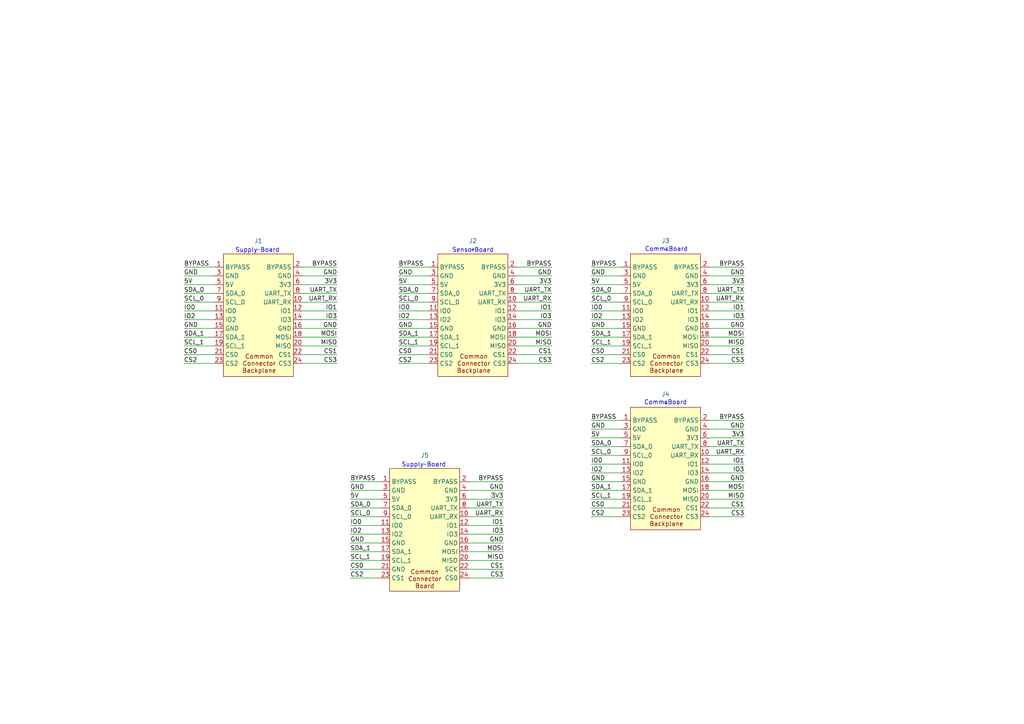
<source format=kicad_sch>
(kicad_sch (version 20250114) (generator "eeschema") (generator_version "9.0")
  (paper "A4")
  (lib_symbols
    (symbol "IcaroLib:Conector_General_Backplane"
      (property "Reference" "J" (at -1.524 18.034 0))
      (symbol "Conector_General_Backplane_0_0"
        (pin power_out line (at -12.7 12.7 0) (length 2.54) (name "BYPASS") (number "1"))
        (pin power_in line (at -12.7 10.16 0) (length 2.54) (name "GND") (number "3"))
        (pin power_out line (at -12.7 7.62 0) (length 2.54) (name "5V") (number "5"))
        (pin bidirectional line (at -12.7 5.08 0) (length 2.54) (name "SDA_0") (number "7"))
        (pin bidirectional line (at -12.7 2.54 0) (length 2.54) (name "SCL_0") (number "9"))
        (pin bidirectional line (at -12.7 0 0) (length 2.54) (name "IO0") (number "11"))
        (pin bidirectional line (at -12.7 -2.54 0) (length 2.54) (name "IO2") (number "13"))
        (pin bidirectional line (at -12.7 -5.08 0) (length 2.54) (name "GND") (number "15"))
        (pin bidirectional line (at -12.7 -7.62 0) (length 2.54) (name "SDA_1") (number "17"))
        (pin bidirectional line (at -12.7 -10.16 0) (length 2.54) (name "SCL_1") (number "19"))
        (pin bidirectional line (at -12.7 -12.7 0) (length 2.54) (name "CS0") (number "21"))
        (pin bidirectional line (at -12.7 -15.24 0) (length 2.54) (name "CS2") (number "23"))
        (pin power_out line (at 12.7 12.7 180) (length 2.54) (name "BYPASS") (number "2"))
        (pin power_in line (at 12.7 10.16 180) (length 2.54) (name "GND") (number "4"))
        (pin power_out line (at 12.7 7.62 180) (length 2.54) (name "3V3") (number "6"))
        (pin bidirectional line (at 12.7 5.08 180) (length 2.54) (name "UART_TX") (number "8"))
        (pin bidirectional line (at 12.7 2.54 180) (length 2.54) (name "UART_RX") (number "10"))
        (pin bidirectional line (at 12.7 0 180) (length 2.54) (name "IO1") (number "12"))
        (pin bidirectional line (at 12.7 -2.54 180) (length 2.54) (name "IO3") (number "14"))
        (pin bidirectional line (at 12.7 -5.08 180) (length 2.54) (name "GND") (number "16"))
        (pin bidirectional line (at 12.7 -7.62 180) (length 2.54) (name "MOSI") (number "18"))
        (pin bidirectional line (at 12.7 -10.16 180) (length 2.54) (name "MISO") (number "20"))
        (pin bidirectional line (at 12.7 -12.7 180) (length 2.54) (name "CS1") (number "22"))
        (pin bidirectional line (at 12.7 -15.24 180) (length 2.54) (name "CS3") (number "24"))
      )
      (symbol "Conector_General_Backplane_0_1"
        (rectangle (start -10.16 16.51) (end 10.16 -19.05) (fill (type background)))
      )
      (symbol "Conector_General_Backplane_1_1"
        (text "Common\nConnector\nBackplane" (at 0.254 -15.24 0) (effects (font (size 1.27 1.27))))
      )
    )
    (symbol "IcaroLib:Conector_General_Tarjetas"
      (property "Reference" "J" (at -1.524 18.034 0))
      (symbol "Conector_General_Tarjetas_0_0"
        (pin power_out line (at -12.7 12.7 0) (length 2.54) (name "BYPASS") (number "1"))
        (pin power_in line (at -12.7 10.16 0) (length 2.54) (name "GND") (number "3"))
        (pin power_out line (at -12.7 7.62 0) (length 2.54) (name "5V") (number "5"))
        (pin bidirectional line (at -12.7 5.08 0) (length 2.54) (name "SDA_0") (number "7"))
        (pin bidirectional line (at -12.7 2.54 0) (length 2.54) (name "SCL_0") (number "9"))
        (pin bidirectional line (at -12.7 0 0) (length 2.54) (name "IO0") (number "11"))
        (pin bidirectional line (at -12.7 -2.54 0) (length 2.54) (name "IO2") (number "13"))
        (pin bidirectional line (at -12.7 -5.08 0) (length 2.54) (name "GND") (number "15"))
        (pin bidirectional line (at -12.7 -7.62 0) (length 2.54) (name "SDA_1") (number "17"))
        (pin bidirectional line (at -12.7 -10.16 0) (length 2.54) (name "SCL_1") (number "19"))
        (pin power_out line (at 12.7 12.7 180) (length 2.54) (name "BYPASS") (number "2"))
        (pin power_in line (at 12.7 10.16 180) (length 2.54) (name "GND") (number "4"))
        (pin power_out line (at 12.7 7.62 180) (length 2.54) (name "3V3") (number "6"))
        (pin bidirectional line (at 12.7 5.08 180) (length 2.54) (name "UART_TX") (number "8"))
        (pin bidirectional line (at 12.7 2.54 180) (length 2.54) (name "UART_RX") (number "10"))
        (pin bidirectional line (at 12.7 0 180) (length 2.54) (name "IO1") (number "12"))
        (pin bidirectional line (at 12.7 -2.54 180) (length 2.54) (name "IO3") (number "14"))
        (pin bidirectional line (at 12.7 -5.08 180) (length 2.54) (name "GND") (number "16"))
        (pin bidirectional line (at 12.7 -7.62 180) (length 2.54) (name "MOSI") (number "18"))
        (pin bidirectional line (at 12.7 -10.16 180) (length 2.54) (name "MISO") (number "20"))
      )
      (symbol "Conector_General_Tarjetas_0_1"
        (rectangle (start -10.16 16.51) (end 10.16 -19.05) (fill (type background)))
      )
      (symbol "Conector_General_Tarjetas_1_0"
        (pin bidirectional line (at -12.7 -12.7 0) (length 2.54) (name "GND") (number "21"))
        (pin bidirectional line (at -12.7 -15.24 0) (length 2.54) (name "CS1") (number "23"))
        (pin bidirectional line (at 12.7 -12.7 180) (length 2.54) (name "SCK") (number "22"))
        (pin bidirectional line (at 12.7 -15.24 180) (length 2.54) (name "CS0") (number "24"))
      )
      (symbol "Conector_General_Tarjetas_1_1"
        (text "Common\nConnector\nBoard" (at 0 -15.494 0) (effects (font (size 1.27 1.27))))
      )
    )
  )
  (text "Supply Board" (at 122.936 134.874 0) (effects (font (size 1.27 1.27))))
  (text "SensorBoard" (at 137.16 72.644 0) (effects (font (size 1.27 1.27))))
  (text "Supply Board" (at 74.676 72.644 0) (effects (font (size 1.27 1.27))))
  (text "CommsBoard" (at 193.294 72.39 0) (effects (font (size 1.27 1.27))))
  (text "CommsBoard" (at 193.04 116.84 0) (effects (font (size 1.27 1.27))))
  (wire (pts (xy 101.6 157.48) (xy 110.49 157.48)))
  (wire (pts (xy 215.9 85.09) (xy 205.74 85.09)))
  (wire (pts (xy 146.05 144.78) (xy 135.89 144.78)))
  (wire (pts (xy 101.6 147.32) (xy 110.49 147.32)))
  (wire (pts (xy 97.79 97.79) (xy 87.63 97.79)))
  (wire (pts (xy 215.9 121.92) (xy 205.74 121.92)))
  (wire (pts (xy 215.9 100.33) (xy 205.74 100.33)))
  (wire (pts (xy 215.9 149.86) (xy 205.74 149.86)))
  (wire (pts (xy 115.57 102.87) (xy 124.46 102.87)))
  (wire (pts (xy 160.02 82.55) (xy 149.86 82.55)))
  (wire (pts (xy 115.57 87.63) (xy 124.46 87.63)))
  (wire (pts (xy 171.45 77.47) (xy 180.34 77.47)))
  (wire (pts (xy 53.34 95.25) (xy 62.23 95.25)))
  (wire (pts (xy 215.9 147.32) (xy 205.74 147.32)))
  (wire (pts (xy 171.45 87.63) (xy 180.34 87.63)))
  (wire (pts (xy 146.05 162.56) (xy 135.89 162.56)))
  (wire (pts (xy 171.45 100.33) (xy 180.34 100.33)))
  (wire (pts (xy 215.9 129.54) (xy 205.74 129.54)))
  (wire (pts (xy 160.02 77.47) (xy 149.86 77.47)))
  (wire (pts (xy 146.05 152.4) (xy 135.89 152.4)))
  (wire (pts (xy 101.6 160.02) (xy 110.49 160.02)))
  (wire (pts (xy 146.05 139.7) (xy 135.89 139.7)))
  (wire (pts (xy 53.34 100.33) (xy 62.23 100.33)))
  (wire (pts (xy 215.9 77.47) (xy 205.74 77.47)))
  (wire (pts (xy 97.79 77.47) (xy 87.63 77.47)))
  (wire (pts (xy 160.02 92.71) (xy 149.86 92.71)))
  (wire (pts (xy 215.9 137.16) (xy 205.74 137.16)))
  (wire (pts (xy 171.45 134.62) (xy 180.34 134.62)))
  (wire (pts (xy 97.79 95.25) (xy 87.63 95.25)))
  (wire (pts (xy 215.9 144.78) (xy 205.74 144.78)))
  (wire (pts (xy 215.9 87.63) (xy 205.74 87.63)))
  (wire (pts (xy 115.57 92.71) (xy 124.46 92.71)))
  (wire (pts (xy 160.02 105.41) (xy 149.86 105.41)))
  (wire (pts (xy 215.9 97.79) (xy 205.74 97.79)))
  (wire (pts (xy 171.45 139.7) (xy 180.34 139.7)))
  (wire (pts (xy 115.57 97.79) (xy 124.46 97.79)))
  (wire (pts (xy 171.45 132.08) (xy 180.34 132.08)))
  (wire (pts (xy 215.9 92.71) (xy 205.74 92.71)))
  (wire (pts (xy 171.45 85.09) (xy 180.34 85.09)))
  (wire (pts (xy 215.9 82.55) (xy 205.74 82.55)))
  (wire (pts (xy 160.02 100.33) (xy 149.86 100.33)))
  (wire (pts (xy 115.57 105.41) (xy 124.46 105.41)))
  (wire (pts (xy 97.79 100.33) (xy 87.63 100.33)))
  (wire (pts (xy 171.45 129.54) (xy 180.34 129.54)))
  (wire (pts (xy 101.6 142.24) (xy 110.49 142.24)))
  (wire (pts (xy 160.02 102.87) (xy 149.86 102.87)))
  (wire (pts (xy 146.05 149.86) (xy 135.89 149.86)))
  (wire (pts (xy 53.34 80.01) (xy 62.23 80.01)))
  (wire (pts (xy 215.9 132.08) (xy 205.74 132.08)))
  (wire (pts (xy 53.34 87.63) (xy 62.23 87.63)))
  (wire (pts (xy 53.34 102.87) (xy 62.23 102.87)))
  (wire (pts (xy 171.45 92.71) (xy 180.34 92.71)))
  (wire (pts (xy 171.45 127) (xy 180.34 127)))
  (wire (pts (xy 146.05 165.1) (xy 135.89 165.1)))
  (wire (pts (xy 171.45 149.86) (xy 180.34 149.86)))
  (wire (pts (xy 215.9 139.7) (xy 205.74 139.7)))
  (wire (pts (xy 215.9 102.87) (xy 205.74 102.87)))
  (wire (pts (xy 215.9 95.25) (xy 205.74 95.25)))
  (wire (pts (xy 171.45 95.25) (xy 180.34 95.25)))
  (wire (pts (xy 215.9 124.46) (xy 205.74 124.46)))
  (wire (pts (xy 171.45 144.78) (xy 180.34 144.78)))
  (wire (pts (xy 101.6 167.64) (xy 110.49 167.64)))
  (wire (pts (xy 101.6 162.56) (xy 110.49 162.56)))
  (wire (pts (xy 97.79 90.17) (xy 87.63 90.17)))
  (wire (pts (xy 97.79 87.63) (xy 87.63 87.63)))
  (wire (pts (xy 115.57 100.33) (xy 124.46 100.33)))
  (wire (pts (xy 171.45 102.87) (xy 180.34 102.87)))
  (wire (pts (xy 101.6 152.4) (xy 110.49 152.4)))
  (wire (pts (xy 160.02 80.01) (xy 149.86 80.01)))
  (wire (pts (xy 215.9 105.41) (xy 205.74 105.41)))
  (wire (pts (xy 101.6 165.1) (xy 110.49 165.1)))
  (wire (pts (xy 53.34 82.55) (xy 62.23 82.55)))
  (wire (pts (xy 215.9 127) (xy 205.74 127)))
  (wire (pts (xy 53.34 85.09) (xy 62.23 85.09)))
  (wire (pts (xy 97.79 105.41) (xy 87.63 105.41)))
  (wire (pts (xy 101.6 139.7) (xy 110.49 139.7)))
  (wire (pts (xy 215.9 90.17) (xy 205.74 90.17)))
  (wire (pts (xy 115.57 90.17) (xy 124.46 90.17)))
  (wire (pts (xy 215.9 134.62) (xy 205.74 134.62)))
  (wire (pts (xy 146.05 160.02) (xy 135.89 160.02)))
  (wire (pts (xy 171.45 121.92) (xy 180.34 121.92)))
  (wire (pts (xy 160.02 97.79) (xy 149.86 97.79)))
  (wire (pts (xy 115.57 95.25) (xy 124.46 95.25)))
  (wire (pts (xy 171.45 124.46) (xy 180.34 124.46)))
  (wire (pts (xy 146.05 142.24) (xy 135.89 142.24)))
  (wire (pts (xy 160.02 95.25) (xy 149.86 95.25)))
  (wire (pts (xy 115.57 77.47) (xy 124.46 77.47)))
  (wire (pts (xy 146.05 147.32) (xy 135.89 147.32)))
  (wire (pts (xy 97.79 92.71) (xy 87.63 92.71)))
  (wire (pts (xy 97.79 82.55) (xy 87.63 82.55)))
  (wire (pts (xy 160.02 87.63) (xy 149.86 87.63)))
  (wire (pts (xy 171.45 82.55) (xy 180.34 82.55)))
  (wire (pts (xy 171.45 97.79) (xy 180.34 97.79)))
  (wire (pts (xy 146.05 157.48) (xy 135.89 157.48)))
  (wire (pts (xy 171.45 147.32) (xy 180.34 147.32)))
  (wire (pts (xy 146.05 154.94) (xy 135.89 154.94)))
  (wire (pts (xy 53.34 90.17) (xy 62.23 90.17)))
  (wire (pts (xy 101.6 154.94) (xy 110.49 154.94)))
  (wire (pts (xy 171.45 142.24) (xy 180.34 142.24)))
  (wire (pts (xy 97.79 85.09) (xy 87.63 85.09)))
  (wire (pts (xy 53.34 97.79) (xy 62.23 97.79)))
  (wire (pts (xy 171.45 137.16) (xy 180.34 137.16)))
  (wire (pts (xy 53.34 105.41) (xy 62.23 105.41)))
  (wire (pts (xy 97.79 80.01) (xy 87.63 80.01)))
  (wire (pts (xy 115.57 80.01) (xy 124.46 80.01)))
  (wire (pts (xy 160.02 85.09) (xy 149.86 85.09)))
  (wire (pts (xy 97.79 102.87) (xy 87.63 102.87)))
  (wire (pts (xy 101.6 144.78) (xy 110.49 144.78)))
  (wire (pts (xy 171.45 80.01) (xy 180.34 80.01)))
  (wire (pts (xy 146.05 167.64) (xy 135.89 167.64)))
  (wire (pts (xy 115.57 82.55) (xy 124.46 82.55)))
  (wire (pts (xy 53.34 77.47) (xy 62.23 77.47)))
  (wire (pts (xy 101.6 149.86) (xy 110.49 149.86)))
  (wire (pts (xy 115.57 85.09) (xy 124.46 85.09)))
  (wire (pts (xy 171.45 105.41) (xy 180.34 105.41)))
  (wire (pts (xy 171.45 90.17) (xy 180.34 90.17)))
  (wire (pts (xy 160.02 90.17) (xy 149.86 90.17)))
  (wire (pts (xy 53.34 92.71) (xy 62.23 92.71)))
  (wire (pts (xy 215.9 80.01) (xy 205.74 80.01)))
  (wire (pts (xy 215.9 142.24) (xy 205.74 142.24)))
  (label "GND" (at 146.05 142.24 180))
  (label "MOSI" (at 146.05 160.02 180))
  (label "IO1" (at 215.9 90.17 180))
  (label "5V" (at 171.45 82.55 0))
  (label "IO3" (at 160.02 92.71 180))
  (label "SDA_1" (at 101.6 160.02 0))
  (label "IO2" (at 53.34 92.71 0))
  (label "BYPASS" (at 101.6 139.7 0))
  (label "GND" (at 160.02 80.01 180))
  (label "SCL_1" (at 53.34 100.33 0))
  (label "3V3" (at 160.02 82.55 180))
  (label "GND" (at 171.45 139.7 0))
  (label "5V" (at 53.34 82.55 0))
  (label "CS2" (at 171.45 149.86 0))
  (label "UART_TX" (at 160.02 85.09 180))
  (label "SDA_1" (at 115.57 97.79 0))
  (label "CS0" (at 171.45 147.32 0))
  (label "SCL_0" (at 53.34 87.63 0))
  (label "CS2" (at 115.57 105.41 0))
  (label "GND" (at 171.45 80.01 0))
  (label "IO2" (at 171.45 92.71 0))
  (label "BYPASS" (at 171.45 77.47 0))
  (label "MISO" (at 215.9 100.33 180))
  (label "GND" (at 97.79 80.01 180))
  (label "GND" (at 215.9 95.25 180))
  (label "IO0" (at 101.6 152.4 0))
  (label "BYPASS" (at 215.9 121.92 180))
  (label "CS3" (at 146.05 167.64 180))
  (label "IO1" (at 97.79 90.17 180))
  (label "UART_RX" (at 146.05 149.86 180))
  (label "UART_RX" (at 97.79 87.63 180))
  (label "BYPASS" (at 160.02 77.47 180))
  (label "CS1" (at 146.05 165.1 180))
  (label "GND" (at 115.57 80.01 0))
  (label "3V3" (at 97.79 82.55 180))
  (label "UART_TX" (at 215.9 129.54 180))
  (label "SCL_0" (at 101.6 149.86 0))
  (label "CS1" (at 97.79 102.87 180))
  (label "BYPASS" (at 97.79 77.47 180))
  (label "MISO" (at 160.02 100.33 180))
  (label "CS0" (at 53.34 102.87 0))
  (label "SDA_0" (at 53.34 85.09 0))
  (label "CS2" (at 53.34 105.41 0))
  (label "MOSI" (at 215.9 97.79 180))
  (label "SCL_1" (at 115.57 100.33 0))
  (label "BYPASS" (at 146.05 139.7 180))
  (label "GND" (at 160.02 95.25 180))
  (label "UART_TX" (at 97.79 85.09 180))
  (label "SCL_0" (at 115.57 87.63 0))
  (label "CS2" (at 101.6 167.64 0))
  (label "CS3" (at 215.9 105.41 180))
  (label "SDA_1" (at 53.34 97.79 0))
  (label "CS0" (at 101.6 165.1 0))
  (label "GND" (at 171.45 124.46 0))
  (label "BYPASS" (at 53.34 77.47 0))
  (label "IO2" (at 115.57 92.71 0))
  (label "3V3" (at 215.9 127 180))
  (label "5V" (at 101.6 144.78 0))
  (label "IO0" (at 171.45 90.17 0))
  (label "IO2" (at 171.45 137.16 0))
  (label "GND" (at 101.6 157.48 0))
  (label "CS3" (at 215.9 149.86 180))
  (label "SCL_0" (at 171.45 87.63 0))
  (label "5V" (at 115.57 82.55 0))
  (label "CS1" (at 215.9 147.32 180))
  (label "GND" (at 215.9 139.7 180))
  (label "MISO" (at 146.05 162.56 180))
  (label "CS0" (at 115.57 102.87 0))
  (label "GND" (at 53.34 80.01 0))
  (label "IO2" (at 101.6 154.94 0))
  (label "GND" (at 215.9 124.46 180))
  (label "MOSI" (at 97.79 97.79 180))
  (label "3V3" (at 215.9 82.55 180))
  (label "BYPASS" (at 171.45 121.92 0))
  (label "SCL_1" (at 101.6 162.56 0))
  (label "GND" (at 101.6 142.24 0))
  (label "UART_RX" (at 215.9 87.63 180))
  (label "SCL_0" (at 171.45 132.08 0))
  (label "SDA_0" (at 171.45 129.54 0))
  (label "CS3" (at 97.79 105.41 180))
  (label "IO0" (at 53.34 90.17 0))
  (label "CS1" (at 215.9 102.87 180))
  (label "SDA_0" (at 171.45 85.09 0))
  (label "BYPASS" (at 115.57 77.47 0))
  (label "CS1" (at 160.02 102.87 180))
  (label "IO3" (at 146.05 154.94 180))
  (label "SDA_0" (at 115.57 85.09 0))
  (label "IO1" (at 215.9 134.62 180))
  (label "BYPASS" (at 215.9 77.47 180))
  (label "GND" (at 115.57 95.25 0))
  (label "GND" (at 146.05 157.48 180))
  (label "IO1" (at 160.02 90.17 180))
  (label "IO0" (at 115.57 90.17 0))
  (label "UART_RX" (at 215.9 132.08 180))
  (label "GND" (at 171.45 95.25 0))
  (label "SCL_1" (at 171.45 100.33 0))
  (label "IO1" (at 146.05 152.4 180))
  (label "3V3" (at 146.05 144.78 180))
  (label "SDA_1" (at 171.45 142.24 0))
  (label "IO3" (at 215.9 92.71 180))
  (label "MISO" (at 97.79 100.33 180))
  (label "SDA_0" (at 101.6 147.32 0))
  (label "SCL_1" (at 171.45 144.78 0))
  (label "5V" (at 171.45 127 0))
  (label "MOSI" (at 215.9 142.24 180))
  (label "IO0" (at 171.45 134.62 0))
  (label "IO3" (at 97.79 92.71 180))
  (label "MISO" (at 215.9 144.78 180))
  (label "IO3" (at 215.9 137.16 180))
  (label "MOSI" (at 160.02 97.79 180))
  (label "UART_RX" (at 160.02 87.63 180))
  (label "SDA_1" (at 171.45 97.79 0))
  (label "GND" (at 53.34 95.25 0))
  (label "UART_TX" (at 146.05 147.32 180))
  (label "UART_TX" (at 215.9 85.09 180))
  (label "CS2" (at 171.45 105.41 0))
  (label "GND" (at 215.9 80.01 180))
  (label "GND" (at 97.79 95.25 180))
  (label "CS0" (at 171.45 102.87 0))
  (label "CS3" (at 160.02 105.41 180))
  (symbol (lib_id "IcaroLib:Conector_General_Backplane") (at 193.04 90.17 0) (unit 1)
    (property "Reference" "J3" (at 193.04 69.85 0))
    (property "Value" "~" (at 193.04 72.39 0))
    (property "Footprint" "Connector_PinSocket_2.54mm:PinSocket_2x12_P2.54mm_Vertical" (effects (hide yes)))
  )
  (symbol (lib_id "IcaroLib:Conector_General_Backplane") (at 193.04 134.62 0) (unit 1)
    (property "Reference" "J4" (at 193.04 114.3 0))
    (property "Value" "~" (at 193.04 116.84 0))
    (property "Footprint" "Connector_PinSocket_2.54mm:PinSocket_2x12_P2.54mm_Vertical" (effects (hide yes)))
  )
  (symbol (lib_id "IcaroLib:Conector_General_Tarjetas") (at 123.19 152.4 0) (unit 1)
    (property "Reference" "J5" (at 123.19 132.08 0))
    (property "Value" "~" (at 123.19 134.62 0))
    (property "Footprint" "IcaroFootprints:Connector_Icaro_Edge_tarjeta" (effects (hide yes)))
  )
  (symbol (lib_id "IcaroLib:Conector_General_Backplane") (at 74.93 90.17 0) (unit 1)
    (property "Reference" "J1" (at 74.93 69.85 0))
    (property "Value" "~" (at 74.93 72.39 0))
    (property "Footprint" "Connector_PinSocket_2.54mm:PinSocket_2x12_P2.54mm_Vertical" (effects (hide yes)))
  )
  (symbol (lib_id "IcaroLib:Conector_General_Backplane") (at 137.16 90.17 0) (unit 1)
    (property "Reference" "J2" (at 137.16 69.85 0))
    (property "Value" "~" (at 137.16 72.39 0))
    (property "Footprint" "Connector_PinSocket_2.54mm:PinSocket_2x12_P2.54mm_Vertical" (effects (hide yes)))
  )
)
</source>
